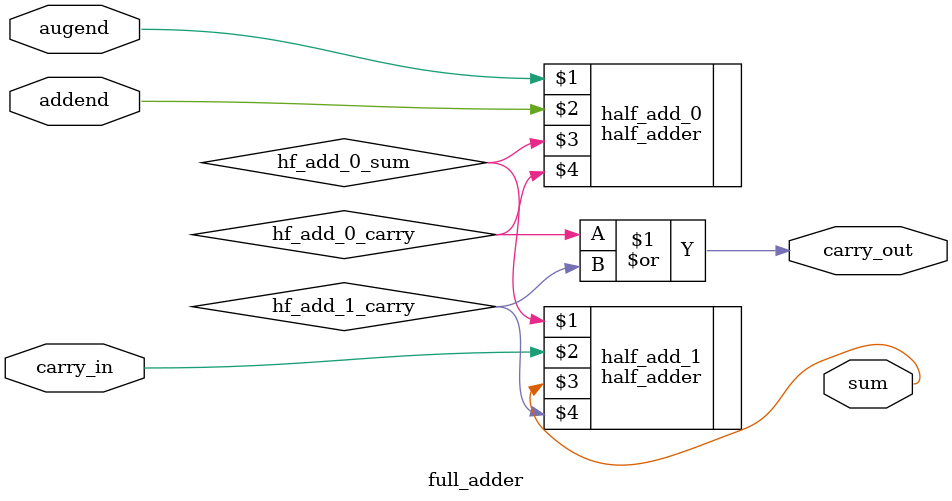
<source format=v>
module full_adder (input augend,
		   input addend,
		   input carry_in,
		   output sum,
		   output carry_out);

	   wire hf_add_0_sum, hf_add_0_carry, hf_add_1_carry;
	   half_adder half_add_0 (augend, addend, hf_add_0_sum, hf_add_0_carry);
	   half_adder half_add_1 (hf_add_0_sum, carry_in, sum, hf_add_1_carry);
	   or(carry_out, hf_add_0_carry, hf_add_1_carry);

endmodule

</source>
